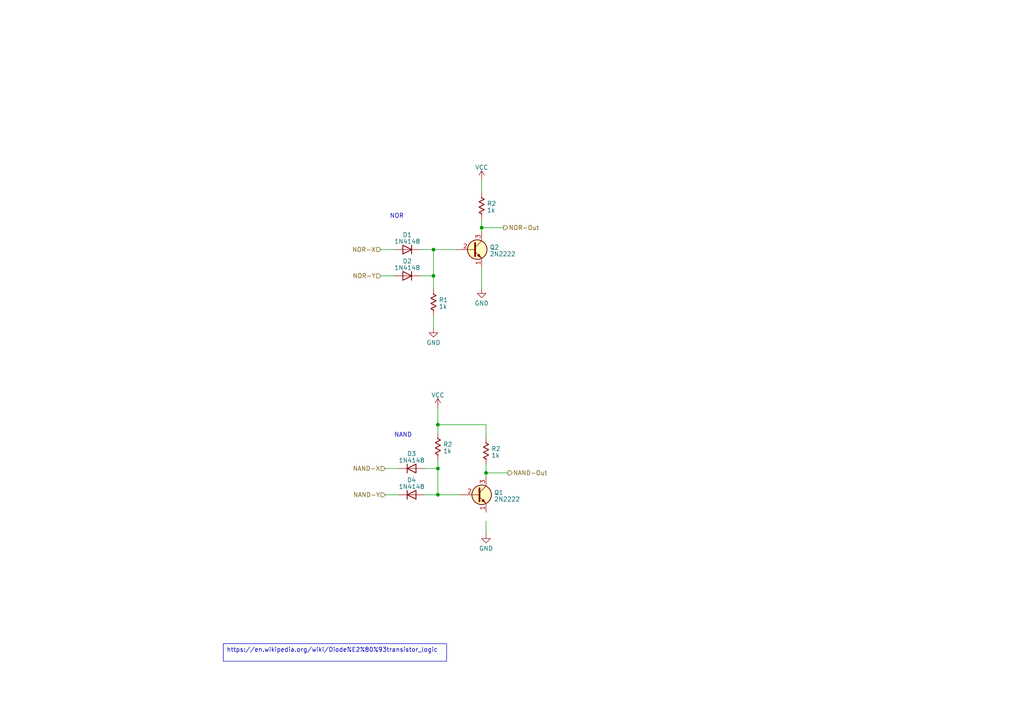
<source format=kicad_sch>
(kicad_sch (version 20230121) (generator eeschema)
  (paper "A4")
  (title_block (title "Diode Transistor Logic") (date "2023-03-09") (rev "1") (company "Out-of-Band Development") (comment 1 "Matthew Whited") (comment 3 "https://en.wikipedia.org/wiki/Diode%E2%80%93transistor_logic"))
  (lib_symbols
    (symbol "Diode:1N4148" (pin_numbers hide) (pin_names hide)
      (property "Reference" "D" (at 0 2.54 0))
      (property "Value" "1N4148" (at 0 -2.54 0))
      (symbol "1N4148_0_1"
        (polyline (pts (xy -1.27 1.27) (xy -1.27 -1.27)) (stroke (width 0.254)))
        (polyline (pts (xy 1.27 0) (xy -1.27 0)))
        (polyline (pts (xy 1.27 1.27) (xy 1.27 -1.27) (xy -1.27 0) (xy 1.27 1.27)) (stroke (width 0.254)))
      )
      (symbol "1N4148_1_1"
        (pin passive line (at -3.81 0 0) (length 2.54) (name "K") (number "1"))
        (pin passive line (at 3.81 0 180) (length 2.54) (name "A") (number "2"))
      )
    )
    (symbol "PCM_Resistor_US_AKL:R_Box_L8.4mm_W2.5mm_P5.08mm" (pin_numbers hide) (pin_names (offset 0))
      (property "Reference" "R" (at 2.54 1.27 0))
      (property "Value" "R_Box_L8.4mm_W2.5mm_P5.08mm" (at 2.54 -1.27 0))
      (symbol "R_Box_L8.4mm_W2.5mm_P5.08mm_0_1"
        (polyline (pts (xy 0 -2.286) (xy 0 -2.54)) (stroke (width 0.254)))
        (polyline (pts (xy 0 2.286) (xy 0 2.54)) (stroke (width 0.254)))
        (polyline (pts (xy 0 2.286) (xy 0.762 1.905) (xy -0.762 1.143) (xy 0 0.762) (xy 0.762 0.381) (xy 0 0) (xy -0.762 -0.381) (xy 0 -0.762) (xy 0.762 -1.143) (xy 0 -1.524) (xy -0.762 -1.905) (xy 0 -2.286)) (stroke (width 0.254)))
      )
      (symbol "R_Box_L8.4mm_W2.5mm_P5.08mm_1_1"
        (pin passive line (at 0 3.81 270) (length 1.27) (name "~") (number "1"))
        (pin passive line (at 0 -3.81 90) (length 1.27) (name "~") (number "2"))
      )
    )
    (symbol "PCM_Transistor_BJT_AKL:2N2222" (pin_names hide)
      (property "Reference" "Q" (at 5.08 1.27 0))
      (property "Value" "2N2222" (at 5.08 -1.27 0))
      (symbol "2N2222_0_1"
        (polyline (pts (xy 0.635 0.635) (xy 2.54 2.54)))
        (polyline (pts (xy 0.635 -0.635) (xy 2.54 -2.54) (xy 2.54 -2.54)))
        (polyline (pts (xy 0.635 1.905) (xy 0.635 -1.905) (xy 0.635 -1.905)) (stroke (width 0.508)))
        (polyline (pts (xy 1.27 -1.778) (xy 1.778 -1.27) (xy 2.286 -2.286) (xy 1.27 -1.778) (xy 1.27 -1.778)) (fill (type outline)))
        (circle (center 1.27 0) (radius 2.8194) (stroke (width 0.254)) (fill (type background)))
      )
      (symbol "2N2222_1_1"
        (pin passive line (at 2.54 -5.08 90) (length 2.54) (name "E") (number "1"))
        (pin passive line (at -5.08 0 0) (length 5.715) (name "B") (number "2"))
        (pin passive line (at 2.54 5.08 270) (length 2.54) (name "C") (number "3"))
      )
    )
    (symbol "power:GND" (power) (pin_names (offset 0))
      (property "Value" "GND" (at 0 -3.81 0))
      (symbol "GND_0_1"
        (polyline (pts (xy 0 0) (xy 0 -1.27) (xy 1.27 -1.27) (xy 0 -2.54) (xy -1.27 -1.27) (xy 0 -1.27)))
      )
      (symbol "GND_1_1"
        (pin power_in line (at 0 0 270) (length 0) hide (name "GND") (number "1"))
      )
    )
    (symbol "power:VCC" (power) (pin_names (offset 0))
      (property "Value" "VCC" (at 0 3.81 0))
      (symbol "VCC_0_1"
        (polyline (pts (xy -0.762 1.27) (xy 0 2.54)))
        (polyline (pts (xy 0 0) (xy 0 2.54)))
        (polyline (pts (xy 0 2.54) (xy 0.762 1.27)))
      )
      (symbol "VCC_1_1"
        (pin power_in line (at 0 0 90) (length 0) hide (name "VCC") (number "1"))
      )
    )
  )
  (junction (at 127 143.51))
  (junction (at 127 123.19))
  (junction (at 127 135.89))
  (junction (at 139.7 66.04))
  (junction (at 125.73 72.39))
  (junction (at 125.73 80.01))
  (junction (at 140.97 137.16))
  (wire (pts (xy 139.7 52.07) (xy 139.7 55.88)))
  (wire (pts (xy 110.49 80.01) (xy 114.3 80.01)))
  (wire (pts (xy 110.49 72.39) (xy 114.3 72.39)))
  (wire (pts (xy 111.76 135.89) (xy 115.57 135.89)))
  (wire (pts (xy 125.73 72.39) (xy 132.08 72.39)))
  (wire (pts (xy 125.73 91.44) (xy 125.73 95.25)))
  (wire (pts (xy 139.7 66.04) (xy 139.7 67.31)))
  (wire (pts (xy 125.73 72.39) (xy 125.73 80.01)))
  (wire (pts (xy 140.97 127) (xy 140.97 123.19)))
  (wire (pts (xy 140.97 123.19) (xy 127 123.19)))
  (wire (pts (xy 111.76 143.51) (xy 115.57 143.51)))
  (wire (pts (xy 123.19 135.89) (xy 127 135.89)))
  (wire (pts (xy 127 123.19) (xy 127 125.73)))
  (wire (pts (xy 139.7 63.5) (xy 139.7 66.04)))
  (wire (pts (xy 140.97 151.13) (xy 140.97 154.94)))
  (wire (pts (xy 125.73 72.39) (xy 121.92 72.39)))
  (wire (pts (xy 127 133.35) (xy 127 135.89)))
  (wire (pts (xy 140.97 137.16) (xy 140.97 138.43)))
  (wire (pts (xy 127 143.51) (xy 133.35 143.51)))
  (wire (pts (xy 123.19 143.51) (xy 127 143.51)))
  (wire (pts (xy 139.7 77.47) (xy 139.7 83.82)))
  (wire (pts (xy 140.97 134.62) (xy 140.97 137.16)))
  (wire (pts (xy 127 135.89) (xy 127 143.51)))
  (wire (pts (xy 127 118.11) (xy 127 123.19)))
  (wire (pts (xy 139.7 66.04) (xy 146.05 66.04)))
  (wire (pts (xy 125.73 83.82) (xy 125.73 80.01)))
  (wire (pts (xy 121.92 80.01) (xy 125.73 80.01)))
  (wire (pts (xy 140.97 137.16) (xy 147.32 137.16)))
  (text_box "https://en.wikipedia.org/wiki/Diode%E2%80%93transistor_logic" (at 64.77 186.69 0) (size 64.77 5.08) (effects (font (size 1.27 1.27)) (justify left top)))
  (text "NOR" (at 113.03 63.5 0) (effects (font (size 1.27 1.27)) (justify left bottom)))
  (text "NAND" (at 114.3 127 0) (effects (font (size 1.27 1.27)) (justify left bottom)))
  (hierarchical_label "NAND-X" (shape input) (at 111.76 135.89 180))
  (hierarchical_label "NOR-X" (shape input) (at 110.49 72.39 180))
  (hierarchical_label "NOR-Y" (shape input) (at 110.49 80.01 180))
  (hierarchical_label "NOR-Out" (shape output) (at 146.05 66.04 0))
  (hierarchical_label "NAND-Y" (shape input) (at 111.76 143.51 180))
  (hierarchical_label "NAND-Out" (shape output) (at 147.32 137.16 0))
  (symbol (lib_id "Diode:1N4148") (at 119.38 135.89 0) (unit 1)
    (property "Reference" "D3" (at 119.38 131.6101 0))
    (property "Value" "1N4148" (at 119.38 133.5311 0))
    (property "Footprint" "Diode_THT:D_DO-35_SOD27_P7.62mm_Horizontal" (effects hide))
    (property "Datasheet" "https://assets.nexperia.com/documents/data-sheet/1N4148_1N4448.pdf" (effects hide))
    (property "Sim.Device" "D" (effects hide))
    (property "Sim.Pins" "1=K 2=A" (effects hide))
    (instances (project "Examples" (path "" (reference "D3") (unit 1)) (path "" (reference "D10") (unit 1))))
  )
  (symbol (lib_id "Diode:1N4148") (at 118.11 80.01 180) (unit 1)
    (property "Reference" "D2" (at 118.11 75.7301 0))
    (property "Value" "1N4148" (at 118.11 77.6511 0))
    (property "Footprint" "Diode_THT:D_DO-35_SOD27_P7.62mm_Horizontal" (effects hide))
    (property "Datasheet" "https://assets.nexperia.com/documents/data-sheet/1N4148_1N4448.pdf" (effects hide))
    (property "Sim.Device" "D" (effects hide))
    (property "Sim.Pins" "1=K 2=A" (effects hide))
    (instances (project "Examples" (path "" (reference "D2") (unit 1)) (path "" (reference "D13") (unit 1))))
  )
  (symbol (lib_id "PCM_Resistor_US_AKL:R_Box_L8.4mm_W2.5mm_P5.08mm") (at 127 129.54 0) (unit 1)
    (property "Reference" "R2" (at 128.524 128.8963 0) (effects (justify left)))
    (property "Value" "1k" (at 128.524 130.8173 0) (effects (justify left)))
    (property "Footprint" "Resistor_THT:R_Axial_DIN0207_L6.3mm_D2.5mm_P10.16mm_Horizontal" (effects hide))
    (instances (project "Examples" (path "" (reference "R2") (unit 1)) (path "" (reference "R6") (unit 1))))
  )
  (symbol (lib_id "power:GND") (at 139.7 83.82 0) (unit 1)
    (property "Reference" "#PWR01" (effects hide))
    (property "Value" "GND" (at 139.7 87.9555 0))
    (instances (project "Examples" (path "" (reference "#PWR01") (unit 1)) (path "" (reference "#PWR010") (unit 1))))
  )
  (symbol (lib_id "PCM_Transistor_BJT_AKL:2N2222") (at 137.16 72.39 0) (unit 1)
    (property "Reference" "Q2" (at 142.0114 71.7463 0) (effects (justify left)))
    (property "Value" "2N2222" (at 142.0114 73.6673 0) (effects (justify left)))
    (property "Footprint" "Package_TO_SOT_THT:TO-92" (effects hide))
    (property "Datasheet" "https://www.farnell.com/datasheets/296640.pdf" (effects hide))
  )
  (symbol (lib_id "Diode:1N4148") (at 119.38 143.51 0) (unit 1)
    (property "Reference" "D4" (at 119.38 139.2301 0))
    (property "Value" "1N4148" (at 119.38 141.1511 0))
    (property "Footprint" "Diode_THT:D_DO-35_SOD27_P7.62mm_Horizontal" (effects hide))
    (property "Datasheet" "https://assets.nexperia.com/documents/data-sheet/1N4148_1N4448.pdf" (effects hide))
    (property "Sim.Device" "D" (effects hide))
    (property "Sim.Pins" "1=K 2=A" (effects hide))
    (instances (project "Examples" (path "" (reference "D4") (unit 1)) (path "" (reference "D11") (unit 1))))
  )
  (symbol (lib_id "PCM_Resistor_US_AKL:R_Box_L8.4mm_W2.5mm_P5.08mm") (at 139.7 59.69 0) (unit 1)
    (property "Reference" "R2" (at 141.224 59.0463 0) (effects (justify left)))
    (property "Value" "1k" (at 141.224 60.9673 0) (effects (justify left)))
    (property "Footprint" "Resistor_THT:R_Axial_DIN0207_L6.3mm_D2.5mm_P10.16mm_Horizontal" (effects hide))
    (instances (project "Examples" (path "" (reference "R2") (unit 1)) (path "" (reference "R10") (unit 1))))
  )
  (symbol (lib_id "Diode:1N4148") (at 118.11 72.39 180) (unit 1)
    (property "Reference" "D1" (at 118.11 68.1101 0))
    (property "Value" "1N4148" (at 118.11 70.0311 0))
    (property "Footprint" "Diode_THT:D_DO-35_SOD27_P7.62mm_Horizontal" (effects hide))
    (property "Datasheet" "https://assets.nexperia.com/documents/data-sheet/1N4148_1N4448.pdf" (effects hide))
    (property "Sim.Device" "D" (effects hide))
    (property "Sim.Pins" "1=K 2=A" (effects hide))
    (instances (project "Examples" (path "" (reference "D1") (unit 1)) (path "" (reference "D12") (unit 1))))
  )
  (symbol (lib_id "power:VCC") (at 127 118.11 0) (unit 1)
    (property "Reference" "#PWR02" (effects hide))
    (property "Value" "VCC" (at 127 114.6081 0))
    (instances (project "Examples" (path "" (reference "#PWR02") (unit 1)) (path "" (reference "#PWR06") (unit 1))))
  )
  (symbol (lib_id "PCM_Resistor_US_AKL:R_Box_L8.4mm_W2.5mm_P5.08mm") (at 125.73 87.63 0) (unit 1)
    (property "Reference" "R1" (at 127.254 86.9863 0) (effects (justify left)))
    (property "Value" "1k" (at 127.254 88.9073 0) (effects (justify left)))
    (property "Footprint" "Resistor_THT:R_Axial_DIN0207_L6.3mm_D2.5mm_P10.16mm_Horizontal" (effects hide))
    (instances (project "Examples" (path "" (reference "R1") (unit 1)) (path "" (reference "R7") (unit 1))))
  )
  (symbol (lib_id "power:GND") (at 125.73 95.25 0) (unit 1)
    (property "Reference" "#PWR01" (effects hide))
    (property "Value" "GND" (at 125.73 99.3855 0))
    (instances (project "Examples" (path "" (reference "#PWR01") (unit 1)) (path "" (reference "#PWR08") (unit 1))))
  )
  (symbol (lib_id "PCM_Resistor_US_AKL:R_Box_L8.4mm_W2.5mm_P5.08mm") (at 140.97 130.81 0) (unit 1)
    (property "Reference" "R2" (at 142.494 130.1663 0) (effects (justify left)))
    (property "Value" "1k" (at 142.494 132.0873 0) (effects (justify left)))
    (property "Footprint" "Resistor_THT:R_Axial_DIN0207_L6.3mm_D2.5mm_P10.16mm_Horizontal" (effects hide))
    (instances (project "Examples" (path "" (reference "R2") (unit 1)) (path "" (reference "R8") (unit 1))))
  )
  (symbol (lib_id "power:GND") (at 140.97 154.94 0) (unit 1)
    (property "Reference" "#PWR01" (effects hide))
    (property "Value" "GND" (at 140.97 159.0755 0))
    (instances (project "Examples" (path "" (reference "#PWR01") (unit 1)) (path "" (reference "#PWR07") (unit 1))))
  )
  (symbol (lib_id "power:VCC") (at 139.7 52.07 0) (unit 1)
    (property "Reference" "#PWR02" (effects hide))
    (property "Value" "VCC" (at 139.7 48.5681 0))
    (instances (project "Examples" (path "" (reference "#PWR02") (unit 1)) (path "" (reference "#PWR09") (unit 1))))
  )
  (symbol (lib_id "PCM_Transistor_BJT_AKL:2N2222") (at 138.43 143.51 0) (unit 1)
    (property "Reference" "Q1" (at 143.2814 142.8663 0) (effects (justify left)))
    (property "Value" "2N2222" (at 143.2814 144.7873 0) (effects (justify left)))
    (property "Footprint" "Package_TO_SOT_THT:TO-92" (effects hide))
    (property "Datasheet" "https://www.farnell.com/datasheets/296640.pdf" (effects hide))
  )
)
</source>
